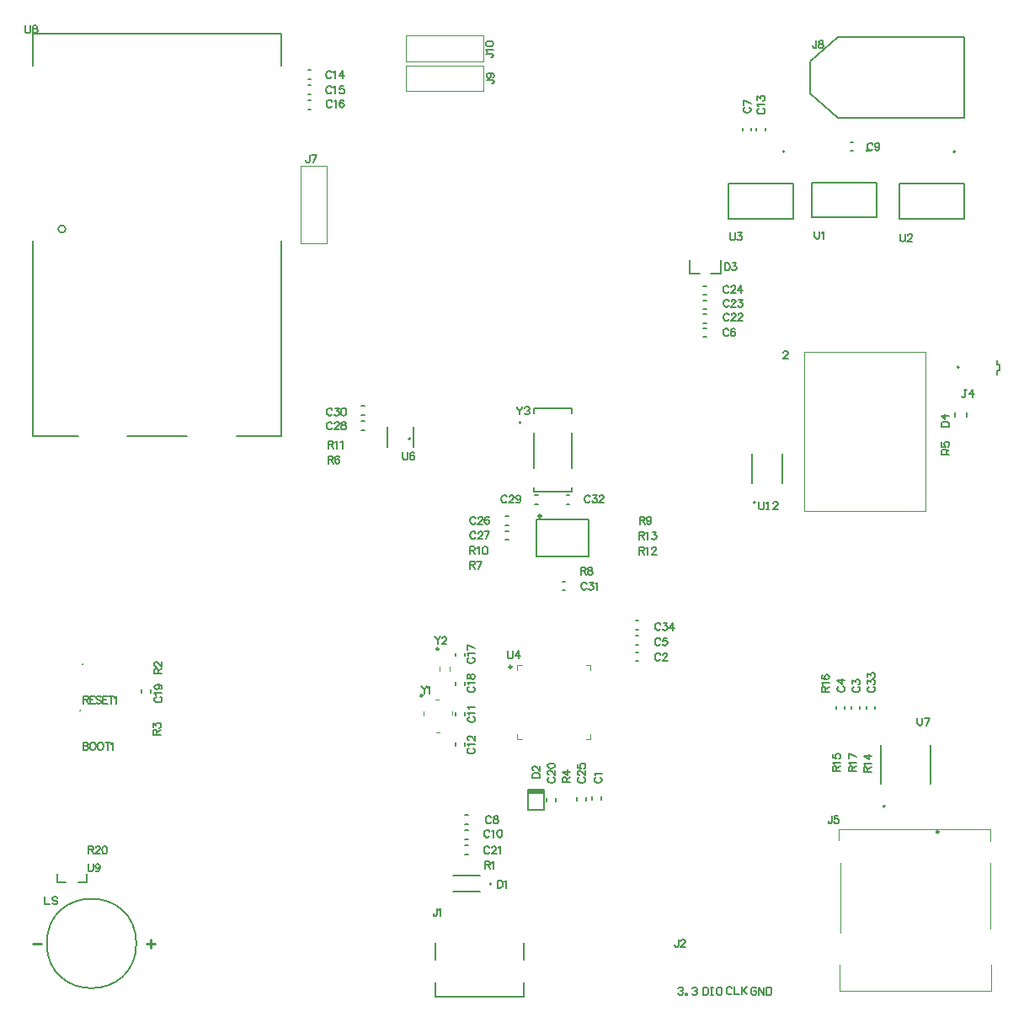
<source format=gto>
G04*
G04 #@! TF.GenerationSoftware,Altium Limited,Altium Designer,25.0.2 (28)*
G04*
G04 Layer_Color=65535*
%FSLAX44Y44*%
%MOMM*%
G71*
G04*
G04 #@! TF.SameCoordinates,E8353DEC-B648-43D7-BF79-564EE0BAD765*
G04*
G04*
G04 #@! TF.FilePolarity,Positive*
G04*
G01*
G75*
%ADD10C,0.2000*%
%ADD11C,0.1270*%
%ADD12C,0.2500*%
%ADD13C,0.3048*%
%ADD14C,0.2540*%
%ADD15C,0.1524*%
%ADD16C,0.1000*%
%ADD17C,0.1778*%
D10*
X560811Y1052626D02*
G03*
X560811Y1052626I-3759J0D01*
G01*
X1367560Y1131610D02*
G03*
X1367560Y1131610I-1000J0D01*
G01*
X1455190Y1130340D02*
G03*
X1455190Y1130340I-1000J0D01*
G01*
X1283700Y1130340D02*
G03*
X1283700Y1130340I-1000J0D01*
G01*
X907474Y841628D02*
G03*
X907474Y841628I-1000J0D01*
G01*
X1384520Y471900D02*
G03*
X1384520Y471900I-1000J0D01*
G01*
X988806Y393954D02*
G03*
X988806Y393954I-1000J0D01*
G01*
X1018646Y857688D02*
G03*
X1018646Y857688I-1000J0D01*
G01*
X1459022Y913330D02*
G03*
X1459022Y913330I-1000J0D01*
G01*
X1254190Y777530D02*
G03*
X1254190Y777530I-1000J0D01*
G01*
X1466858Y863570D02*
Y867570D01*
X1454858Y863570D02*
Y867570D01*
D11*
X631740Y334010D02*
G03*
X631740Y334010I-45000J0D01*
G01*
X575530Y567980D02*
G03*
X575530Y567980I-500J0D01*
G01*
X578070Y614880D02*
G03*
X578070Y614880I-500J0D01*
G01*
X961930Y593924D02*
Y596924D01*
X952930Y593924D02*
Y596924D01*
X527810Y1216530D02*
Y1249030D01*
X777810D01*
Y1216530D02*
Y1249030D01*
Y844030D02*
Y1041030D01*
X732310Y844030D02*
X777810D01*
X622810D02*
X682810D01*
X527810D02*
X573310D01*
X527810D02*
Y1041030D01*
X962305Y447730D02*
X965305D01*
X962305Y438730D02*
X965305D01*
X1053370Y477084D02*
Y480084D01*
X1044370Y477084D02*
Y480084D01*
X1083850Y477846D02*
Y480846D01*
X1074850Y477846D02*
Y480846D01*
X1003070Y739720D02*
X1006070D01*
X1003070Y748720D02*
X1006070D01*
X1003070Y754754D02*
X1006070D01*
X1003070Y763754D02*
X1006070D01*
X952930Y563190D02*
Y566190D01*
X961930Y563190D02*
Y566190D01*
X952930Y532964D02*
Y535964D01*
X961930Y532964D02*
Y535964D01*
Y622880D02*
Y625880D01*
X952930Y622880D02*
Y625880D01*
X636905Y586304D02*
Y589304D01*
X645905Y586304D02*
Y589304D01*
X1202056Y986100D02*
X1205056D01*
X1202056Y995100D02*
X1205056D01*
X858290Y850210D02*
X861290D01*
X858290Y859210D02*
X861290D01*
X1032638Y775582D02*
X1035638D01*
X1032638Y784582D02*
X1035638D01*
X1060220Y688920D02*
X1063220D01*
X1060220Y697920D02*
X1063220D01*
X858290Y865450D02*
X861290D01*
X858290Y874450D02*
X861290D01*
X1365680Y569540D02*
Y572540D01*
X1374680Y569540D02*
Y572540D01*
X1133880Y658550D02*
X1136880D01*
X1133880Y649550D02*
X1136880D01*
X932240Y280100D02*
X1021640D01*
X932240D02*
Y294400D01*
Y317800D02*
Y334600D01*
X1021640Y280100D02*
Y294400D01*
Y317800D02*
Y334600D01*
X1336900Y1164730D02*
X1463900D01*
X1308900Y1189230D02*
Y1221230D01*
X1336900Y1245730D02*
X1463900D01*
Y1164730D02*
Y1245730D01*
X1308900Y1189230D02*
X1336900Y1164730D01*
X1308900Y1221230D02*
X1336900Y1245730D01*
X1376185Y1064085D02*
Y1099135D01*
X1311135Y1064085D02*
X1376185D01*
X1311135D02*
Y1099135D01*
X1376185D01*
X1463815Y1062815D02*
Y1097865D01*
X1398765Y1062815D02*
X1463815D01*
X1398765D02*
Y1097865D01*
X1463815D01*
X1292325Y1062815D02*
Y1097865D01*
X1227275Y1062815D02*
X1292325D01*
X1227275D02*
Y1097865D01*
X1292325D01*
X1034180Y760859D02*
X1086180D01*
Y722859D02*
Y760859D01*
X1034180Y722859D02*
X1086180D01*
X1034180D02*
Y760859D01*
X883830Y833660D02*
Y853660D01*
X910830Y833660D02*
Y853660D01*
X1430591Y494550D02*
Y533150D01*
X1380590Y494550D02*
Y533150D01*
X950176Y385954D02*
X977176D01*
X950176Y401954D02*
X977176D01*
X1090240Y478560D02*
Y481560D01*
X1099240Y478560D02*
Y481560D01*
X1133880Y617800D02*
X1136880D01*
X1133880Y626800D02*
X1136880D01*
X1359440Y569794D02*
Y572794D01*
X1350440Y569794D02*
Y572794D01*
X1344200Y569794D02*
Y572794D01*
X1335200Y569794D02*
Y572794D01*
X1133880Y634310D02*
X1136880D01*
X1133880Y643310D02*
X1136880D01*
X1202056Y980924D02*
X1205056D01*
X1202056Y971924D02*
X1205056D01*
X962305Y462970D02*
X965305D01*
X962305Y453970D02*
X965305D01*
X1349526Y1130880D02*
X1352526D01*
X1349526Y1139880D02*
X1352526D01*
X1250220Y1151200D02*
Y1154200D01*
X1241220Y1151200D02*
Y1154200D01*
X1264190Y1151200D02*
Y1154200D01*
X1255190Y1151200D02*
Y1154200D01*
X804236Y1212420D02*
X807236D01*
X804236Y1203420D02*
X807236D01*
X804490Y1197180D02*
X807490D01*
X804490Y1188180D02*
X807490D01*
X804236Y1181940D02*
X807236D01*
X804236Y1172940D02*
X807236D01*
X1202056Y966954D02*
X1205056D01*
X1202056Y957954D02*
X1205056D01*
X1202056Y952984D02*
X1205056D01*
X1202056Y943984D02*
X1205056D01*
X1064388Y785090D02*
X1067388D01*
X1064388Y776090D02*
X1067388D01*
X1031646Y812388D02*
Y847988D01*
X1069646Y812388D02*
Y847988D01*
X1031646Y788188D02*
Y792988D01*
X1069646Y788188D02*
Y792988D01*
X1031646Y867388D02*
Y872188D01*
X1069646Y867388D02*
Y872188D01*
X1031646Y788188D02*
X1069646D01*
X1031646Y872188D02*
X1069646D01*
X962305Y423490D02*
X965305D01*
X962305Y432490D02*
X965305D01*
X1499622Y910130D02*
Y916130D01*
X1497122D02*
X1499622D01*
X1497122D02*
Y920130D01*
Y906130D02*
Y910130D01*
X1499622D01*
X1281530Y796530D02*
Y826530D01*
X1250850Y796530D02*
Y826530D01*
D12*
X1009270Y612120D02*
G03*
X1009270Y612120I-1250J0D01*
G01*
X1438710Y446210D02*
G03*
X1438710Y446210I-1250J0D01*
G01*
D13*
X1038320Y763957D02*
G03*
X1038320Y763957I-1000J0D01*
G01*
D14*
X919422Y583160D02*
G03*
X919422Y583160I-1000J0D01*
G01*
X935570Y630222D02*
G03*
X935570Y630222I-1000J0D01*
G01*
X650547Y333661D02*
X642069D01*
X646308Y329422D02*
Y337901D01*
X536205Y333661D02*
X527724D01*
D15*
X573278Y395478D02*
X582168D01*
X552196D02*
Y404114D01*
Y395478D02*
X561086D01*
X582168D02*
Y399542D01*
Y404114D01*
X1026630Y487330D02*
X1040630D01*
Y486330D02*
Y487330D01*
X1026630Y486330D02*
X1040630D01*
X1041630Y485330D02*
Y488330D01*
X1025630D02*
X1041630D01*
X1025630Y486330D02*
Y488330D01*
Y468330D02*
X1041630D01*
Y485330D01*
X1025630D02*
X1041630D01*
X1025630D02*
Y486330D01*
Y468330D02*
Y486330D01*
X1188236Y1007966D02*
X1198324D01*
X1188236D02*
Y1021094D01*
X1209096Y1007966D02*
X1219684D01*
Y1021094D01*
D16*
X1014520Y608870D02*
Y613620D01*
X1019270D01*
X1083770D02*
X1088520D01*
Y608870D02*
Y613620D01*
Y539620D02*
Y544370D01*
X1083770Y539620D02*
X1088520D01*
X1014520D02*
Y544370D01*
Y539620D02*
X1019270D01*
X1490370Y436707D02*
Y448707D01*
Y348708D02*
Y414707D01*
X1338370Y448707D02*
X1490370D01*
X1491370Y286233D02*
Y312460D01*
X1339045Y286233D02*
Y312460D01*
Y286233D02*
X1491370D01*
X1339370Y344707D02*
Y414707D01*
X1338370Y437707D02*
Y448707D01*
X980560Y1216940D02*
X980810Y1216690D01*
Y1191190D02*
Y1216690D01*
X903060Y1191190D02*
X980810D01*
X903060D02*
Y1216940D01*
X980560D01*
Y1246940D02*
X980810Y1246690D01*
Y1221190D02*
Y1246690D01*
X903060Y1221190D02*
X980810D01*
X903060D02*
Y1246940D01*
X980560D01*
X822760Y1038310D02*
X823010Y1038560D01*
X797260Y1038310D02*
X822760D01*
X797260D02*
Y1116060D01*
X823010D01*
Y1038560D02*
Y1116060D01*
X933068Y546195D02*
X937068D01*
X949410Y563742D02*
Y567282D01*
X932484Y579490D02*
X936024D01*
X920200Y563027D02*
Y567027D01*
X947016Y608378D02*
Y611918D01*
X936602Y608188D02*
Y612188D01*
X1303298Y928746D02*
X1425298D01*
Y768746D02*
Y928746D01*
X1303298Y768746D02*
X1425298D01*
X1303298D02*
Y928746D01*
D17*
X1230676Y288946D02*
X1229407Y290215D01*
X1226868D01*
X1225598Y288946D01*
Y283868D01*
X1226868Y282598D01*
X1229407D01*
X1230676Y283868D01*
X1233215Y290215D02*
Y282598D01*
X1238294D01*
X1240833Y290215D02*
Y282598D01*
Y285137D01*
X1245911Y290215D01*
X1242103Y286407D01*
X1245911Y282598D01*
X1176576Y288692D02*
X1177846Y289961D01*
X1180385D01*
X1181654Y288692D01*
Y287422D01*
X1180385Y286153D01*
X1179115D01*
X1180385D01*
X1181654Y284883D01*
Y283614D01*
X1180385Y282344D01*
X1177846D01*
X1176576Y283614D01*
X1184193Y282344D02*
Y283614D01*
X1185463D01*
Y282344D01*
X1184193D01*
X1190542Y288692D02*
X1191811Y289961D01*
X1194350D01*
X1195620Y288692D01*
Y287422D01*
X1194350Y286153D01*
X1193081D01*
X1194350D01*
X1195620Y284883D01*
Y283614D01*
X1194350Y282344D01*
X1191811D01*
X1190542Y283614D01*
X1201468Y289708D02*
Y282090D01*
X1205277D01*
X1206546Y283360D01*
Y288438D01*
X1205277Y289708D01*
X1201468D01*
X1209085D02*
X1211625D01*
X1210355D01*
Y282090D01*
X1209085D01*
X1211625D01*
X1219242Y289708D02*
X1216703D01*
X1215434Y288438D01*
Y283360D01*
X1216703Y282090D01*
X1219242D01*
X1220512Y283360D01*
Y288438D01*
X1219242Y289708D01*
X1255266Y288796D02*
X1253997Y290065D01*
X1251458D01*
X1250188Y288796D01*
Y283718D01*
X1251458Y282448D01*
X1253997D01*
X1255266Y283718D01*
Y286257D01*
X1252727D01*
X1257805Y282448D02*
Y290065D01*
X1262884Y282448D01*
Y290065D01*
X1265423D02*
Y282448D01*
X1269232D01*
X1270501Y283718D01*
Y288796D01*
X1269232Y290065D01*
X1265423D01*
X578320Y536241D02*
Y528623D01*
Y536241D02*
X581585D01*
X582673Y535878D01*
X583036Y535516D01*
X583399Y534790D01*
Y534064D01*
X583036Y533339D01*
X582673Y532976D01*
X581585Y532613D01*
X578320D02*
X581585D01*
X582673Y532251D01*
X583036Y531888D01*
X583399Y531162D01*
Y530074D01*
X583036Y529348D01*
X582673Y528986D01*
X581585Y528623D01*
X578320D01*
X587281Y536241D02*
X586555Y535878D01*
X585830Y535153D01*
X585467Y534427D01*
X585104Y533339D01*
Y531525D01*
X585467Y530437D01*
X585830Y529711D01*
X586555Y528986D01*
X587281Y528623D01*
X588732D01*
X589457Y528986D01*
X590183Y529711D01*
X590546Y530437D01*
X590909Y531525D01*
Y533339D01*
X590546Y534427D01*
X590183Y535153D01*
X589457Y535878D01*
X588732Y536241D01*
X587281D01*
X594863D02*
X594137Y535878D01*
X593412Y535153D01*
X593049Y534427D01*
X592686Y533339D01*
Y531525D01*
X593049Y530437D01*
X593412Y529711D01*
X594137Y528986D01*
X594863Y528623D01*
X596314D01*
X597039Y528986D01*
X597765Y529711D01*
X598128Y530437D01*
X598491Y531525D01*
Y533339D01*
X598128Y534427D01*
X597765Y535153D01*
X597039Y535878D01*
X596314Y536241D01*
X594863D01*
X602808D02*
Y528623D01*
X600268Y536241D02*
X605347D01*
X606254Y534790D02*
X606980Y535153D01*
X608068Y536241D01*
Y528623D01*
X966865Y562005D02*
X966139Y561642D01*
X965414Y560917D01*
X965051Y560191D01*
Y558740D01*
X965414Y558015D01*
X966139Y557289D01*
X966865Y556926D01*
X967953Y556564D01*
X969767D01*
X970855Y556926D01*
X971581Y557289D01*
X972306Y558015D01*
X972669Y558740D01*
Y560191D01*
X972306Y560917D01*
X971581Y561642D01*
X970855Y562005D01*
X966502Y564146D02*
X966139Y564871D01*
X965051Y565960D01*
X972669D01*
X966502Y569733D02*
X966139Y570458D01*
X965051Y571546D01*
X972669D01*
X966357Y530274D02*
X965631Y529911D01*
X964906Y529185D01*
X964543Y528460D01*
Y527009D01*
X964906Y526283D01*
X965631Y525558D01*
X966357Y525195D01*
X967445Y524832D01*
X969259D01*
X970347Y525195D01*
X971073Y525558D01*
X971798Y526283D01*
X972161Y527009D01*
Y528460D01*
X971798Y529185D01*
X971073Y529911D01*
X970347Y530274D01*
X965994Y532414D02*
X965631Y533140D01*
X964543Y534228D01*
X972161D01*
X966357Y538364D02*
X965994D01*
X965268Y538727D01*
X964906Y539089D01*
X964543Y539815D01*
Y541266D01*
X964906Y541992D01*
X965268Y542354D01*
X965994Y542717D01*
X966720D01*
X967445Y542354D01*
X968533Y541629D01*
X972161Y538001D01*
Y543080D01*
X966103Y621460D02*
X965377Y621097D01*
X964652Y620372D01*
X964289Y619646D01*
Y618195D01*
X964652Y617469D01*
X965377Y616744D01*
X966103Y616381D01*
X967191Y616018D01*
X969005D01*
X970093Y616381D01*
X970819Y616744D01*
X971544Y617469D01*
X971907Y618195D01*
Y619646D01*
X971544Y620372D01*
X970819Y621097D01*
X970093Y621460D01*
X965740Y623600D02*
X965377Y624326D01*
X964289Y625414D01*
X971907D01*
X964289Y634266D02*
X971907Y630638D01*
X964289Y629187D02*
Y634266D01*
X966357Y592250D02*
X965631Y591887D01*
X964906Y591161D01*
X964543Y590436D01*
Y588985D01*
X964906Y588259D01*
X965631Y587534D01*
X966357Y587171D01*
X967445Y586808D01*
X969259D01*
X970347Y587171D01*
X971073Y587534D01*
X971798Y588259D01*
X972161Y588985D01*
Y590436D01*
X971798Y591161D01*
X971073Y591887D01*
X970347Y592250D01*
X965994Y594390D02*
X965631Y595116D01*
X964543Y596204D01*
X972161D01*
X964543Y601791D02*
X964906Y600703D01*
X965631Y600340D01*
X966357D01*
X967082Y600703D01*
X967445Y601428D01*
X967808Y602879D01*
X968171Y603968D01*
X968896Y604693D01*
X969622Y605056D01*
X970710D01*
X971436Y604693D01*
X971798Y604330D01*
X972161Y603242D01*
Y601791D01*
X971798Y600703D01*
X971436Y600340D01*
X970710Y599977D01*
X969622D01*
X968896Y600340D01*
X968171Y601065D01*
X967808Y602154D01*
X967445Y603605D01*
X967082Y604330D01*
X966357Y604693D01*
X965631D01*
X964906Y604330D01*
X964543Y603242D01*
Y601791D01*
X651905Y581763D02*
X651179Y581400D01*
X650454Y580675D01*
X650091Y579949D01*
Y578498D01*
X650454Y577773D01*
X651179Y577047D01*
X651905Y576684D01*
X652993Y576321D01*
X654807D01*
X655895Y576684D01*
X656621Y577047D01*
X657346Y577773D01*
X657709Y578498D01*
Y579949D01*
X657346Y580675D01*
X656621Y581400D01*
X655895Y581763D01*
X651542Y583904D02*
X651179Y584629D01*
X650091Y585717D01*
X657709D01*
X652630Y594207D02*
X653719Y593844D01*
X654444Y593118D01*
X654807Y592030D01*
Y591667D01*
X654444Y590579D01*
X653719Y589853D01*
X652630Y589490D01*
X652268D01*
X651179Y589853D01*
X650454Y590579D01*
X650091Y591667D01*
Y592030D01*
X650454Y593118D01*
X651179Y593844D01*
X652630Y594207D01*
X654444D01*
X656258Y593844D01*
X657346Y593118D01*
X657709Y592030D01*
Y591304D01*
X657346Y590216D01*
X656621Y589853D01*
X1047025Y501179D02*
X1046299Y500816D01*
X1045574Y500091D01*
X1045211Y499365D01*
Y497914D01*
X1045574Y497189D01*
X1046299Y496463D01*
X1047025Y496100D01*
X1048113Y495737D01*
X1049927D01*
X1051015Y496100D01*
X1051741Y496463D01*
X1052466Y497189D01*
X1052829Y497914D01*
Y499365D01*
X1052466Y500091D01*
X1051741Y500816D01*
X1051015Y501179D01*
X1047025Y503682D02*
X1046662D01*
X1045936Y504045D01*
X1045574Y504408D01*
X1045211Y505134D01*
Y506585D01*
X1045574Y507310D01*
X1045936Y507673D01*
X1046662Y508036D01*
X1047387D01*
X1048113Y507673D01*
X1049201Y506947D01*
X1052829Y503320D01*
Y508399D01*
X1045211Y512280D02*
X1045574Y511192D01*
X1046662Y510466D01*
X1048476Y510104D01*
X1049564D01*
X1051378Y510466D01*
X1052466Y511192D01*
X1052829Y512280D01*
Y513006D01*
X1052466Y514094D01*
X1051378Y514820D01*
X1049564Y515182D01*
X1048476D01*
X1046662Y514820D01*
X1045574Y514094D01*
X1045211Y513006D01*
Y512280D01*
X1227438Y993865D02*
X1227075Y994591D01*
X1226349Y995316D01*
X1225624Y995679D01*
X1224173D01*
X1223447Y995316D01*
X1222722Y994591D01*
X1222359Y993865D01*
X1221996Y992777D01*
Y990963D01*
X1222359Y989875D01*
X1222722Y989149D01*
X1223447Y988424D01*
X1224173Y988061D01*
X1225624D01*
X1226349Y988424D01*
X1227075Y989149D01*
X1227438Y989875D01*
X1229941Y993865D02*
Y994228D01*
X1230304Y994954D01*
X1230667Y995316D01*
X1231392Y995679D01*
X1232843D01*
X1233569Y995316D01*
X1233932Y994954D01*
X1234294Y994228D01*
Y993503D01*
X1233932Y992777D01*
X1233206Y991689D01*
X1229578Y988061D01*
X1234657D01*
X1239990Y995679D02*
X1236362Y990600D01*
X1241804D01*
X1239990Y995679D02*
Y988061D01*
X1077355Y500973D02*
X1076629Y500610D01*
X1075904Y499885D01*
X1075541Y499159D01*
Y497708D01*
X1075904Y496983D01*
X1076629Y496257D01*
X1077355Y495894D01*
X1078443Y495532D01*
X1080257D01*
X1081345Y495894D01*
X1082071Y496257D01*
X1082796Y496983D01*
X1083159Y497708D01*
Y499159D01*
X1082796Y499885D01*
X1082071Y500610D01*
X1081345Y500973D01*
X1077355Y503476D02*
X1076992D01*
X1076266Y503839D01*
X1075904Y504202D01*
X1075541Y504927D01*
Y506379D01*
X1075904Y507104D01*
X1076266Y507467D01*
X1076992Y507830D01*
X1077718D01*
X1078443Y507467D01*
X1079531Y506741D01*
X1083159Y503114D01*
Y508192D01*
X1075541Y514251D02*
Y510623D01*
X1078806Y510260D01*
X1078443Y510623D01*
X1078080Y511711D01*
Y512800D01*
X1078443Y513888D01*
X1079169Y514614D01*
X1080257Y514976D01*
X1080983D01*
X1082071Y514614D01*
X1082796Y513888D01*
X1083159Y512800D01*
Y511711D01*
X1082796Y510623D01*
X1082434Y510260D01*
X1081708Y509897D01*
X972989Y761455D02*
X972626Y762181D01*
X971900Y762906D01*
X971175Y763269D01*
X969724D01*
X968998Y762906D01*
X968273Y762181D01*
X967910Y761455D01*
X967547Y760367D01*
Y758553D01*
X967910Y757465D01*
X968273Y756739D01*
X968998Y756014D01*
X969724Y755651D01*
X971175D01*
X971900Y756014D01*
X972626Y756739D01*
X972989Y757465D01*
X975492Y761455D02*
Y761818D01*
X975855Y762544D01*
X976218Y762906D01*
X976943Y763269D01*
X978394D01*
X979120Y762906D01*
X979483Y762544D01*
X979845Y761818D01*
Y761093D01*
X979483Y760367D01*
X978757Y759279D01*
X975129Y755651D01*
X980208D01*
X986267Y762181D02*
X985904Y762906D01*
X984815Y763269D01*
X984090D01*
X983001Y762906D01*
X982276Y761818D01*
X981913Y760004D01*
Y758190D01*
X982276Y756739D01*
X983001Y756014D01*
X984090Y755651D01*
X984453D01*
X985541Y756014D01*
X986267Y756739D01*
X986629Y757828D01*
Y758190D01*
X986267Y759279D01*
X985541Y760004D01*
X984453Y760367D01*
X984090D01*
X983001Y760004D01*
X982276Y759279D01*
X981913Y758190D01*
X972989Y746421D02*
X972626Y747147D01*
X971900Y747872D01*
X971175Y748235D01*
X969724D01*
X968998Y747872D01*
X968273Y747147D01*
X967910Y746421D01*
X967547Y745333D01*
Y743519D01*
X967910Y742431D01*
X968273Y741705D01*
X968998Y740980D01*
X969724Y740617D01*
X971175D01*
X971900Y740980D01*
X972626Y741705D01*
X972989Y742431D01*
X975492Y746421D02*
Y746784D01*
X975855Y747510D01*
X976218Y747872D01*
X976943Y748235D01*
X978394D01*
X979120Y747872D01*
X979483Y747510D01*
X979845Y746784D01*
Y746059D01*
X979483Y745333D01*
X978757Y744245D01*
X975129Y740617D01*
X980208D01*
X986992Y748235D02*
X983364Y740617D01*
X981913Y748235D02*
X986992D01*
X828675Y856705D02*
X828313Y857431D01*
X827587Y858156D01*
X826861Y858519D01*
X825410D01*
X824685Y858156D01*
X823959Y857431D01*
X823596Y856705D01*
X823234Y855617D01*
Y853803D01*
X823596Y852715D01*
X823959Y851989D01*
X824685Y851264D01*
X825410Y850901D01*
X826861D01*
X827587Y851264D01*
X828313Y851989D01*
X828675Y852715D01*
X831179Y856705D02*
Y857068D01*
X831541Y857794D01*
X831904Y858156D01*
X832630Y858519D01*
X834081D01*
X834806Y858156D01*
X835169Y857794D01*
X835532Y857068D01*
Y856342D01*
X835169Y855617D01*
X834444Y854529D01*
X830816Y850901D01*
X835895D01*
X839414Y858519D02*
X838325Y858156D01*
X837962Y857431D01*
Y856705D01*
X838325Y855980D01*
X839051Y855617D01*
X840502Y855254D01*
X841590Y854891D01*
X842316Y854166D01*
X842679Y853440D01*
Y852352D01*
X842316Y851626D01*
X841953Y851264D01*
X840865Y850901D01*
X839414D01*
X838325Y851264D01*
X837962Y851626D01*
X837600Y852352D01*
Y853440D01*
X837962Y854166D01*
X838688Y854891D01*
X839776Y855254D01*
X841227Y855617D01*
X841953Y855980D01*
X842316Y856705D01*
Y857431D01*
X841953Y858156D01*
X840865Y858519D01*
X839414D01*
X1004281Y783045D02*
X1003918Y783771D01*
X1003192Y784496D01*
X1002467Y784859D01*
X1001016D01*
X1000290Y784496D01*
X999565Y783771D01*
X999202Y783045D01*
X998839Y781957D01*
Y780143D01*
X999202Y779055D01*
X999565Y778329D01*
X1000290Y777604D01*
X1001016Y777241D01*
X1002467D01*
X1003192Y777604D01*
X1003918Y778329D01*
X1004281Y779055D01*
X1006784Y783045D02*
Y783408D01*
X1007147Y784134D01*
X1007509Y784496D01*
X1008235Y784859D01*
X1009686D01*
X1010412Y784496D01*
X1010774Y784134D01*
X1011137Y783408D01*
Y782682D01*
X1010774Y781957D01*
X1010049Y780869D01*
X1006421Y777241D01*
X1011500D01*
X1017921Y782320D02*
X1017558Y781231D01*
X1016833Y780506D01*
X1015744Y780143D01*
X1015382D01*
X1014293Y780506D01*
X1013568Y781231D01*
X1013205Y782320D01*
Y782682D01*
X1013568Y783771D01*
X1014293Y784496D01*
X1015382Y784859D01*
X1015744D01*
X1016833Y784496D01*
X1017558Y783771D01*
X1017921Y782320D01*
Y780506D01*
X1017558Y778692D01*
X1016833Y777604D01*
X1015744Y777241D01*
X1015019D01*
X1013931Y777604D01*
X1013568Y778329D01*
X1084472Y695415D02*
X1084109Y696141D01*
X1083383Y696866D01*
X1082658Y697229D01*
X1081207D01*
X1080481Y696866D01*
X1079756Y696141D01*
X1079393Y695415D01*
X1079030Y694327D01*
Y692513D01*
X1079393Y691425D01*
X1079756Y690699D01*
X1080481Y689974D01*
X1081207Y689611D01*
X1082658D01*
X1083383Y689974D01*
X1084109Y690699D01*
X1084472Y691425D01*
X1087338Y697229D02*
X1091328D01*
X1089152Y694327D01*
X1090240D01*
X1090965Y693964D01*
X1091328Y693601D01*
X1091691Y692513D01*
Y691787D01*
X1091328Y690699D01*
X1090603Y689974D01*
X1089514Y689611D01*
X1088426D01*
X1087338Y689974D01*
X1086975Y690336D01*
X1086612Y691062D01*
X1093396Y695778D02*
X1094122Y696141D01*
X1095210Y697229D01*
Y689611D01*
X828675Y870675D02*
X828313Y871401D01*
X827587Y872126D01*
X826861Y872489D01*
X825410D01*
X824685Y872126D01*
X823959Y871401D01*
X823596Y870675D01*
X823234Y869587D01*
Y867773D01*
X823596Y866685D01*
X823959Y865959D01*
X824685Y865234D01*
X825410Y864871D01*
X826861D01*
X827587Y865234D01*
X828313Y865959D01*
X828675Y866685D01*
X831541Y872489D02*
X835532D01*
X833355Y869587D01*
X834444D01*
X835169Y869224D01*
X835532Y868861D01*
X835895Y867773D01*
Y867048D01*
X835532Y865959D01*
X834806Y865234D01*
X833718Y864871D01*
X832630D01*
X831541Y865234D01*
X831179Y865596D01*
X830816Y866322D01*
X839776Y872489D02*
X838688Y872126D01*
X837962Y871038D01*
X837600Y869224D01*
Y868136D01*
X837962Y866322D01*
X838688Y865234D01*
X839776Y864871D01*
X840502D01*
X841590Y865234D01*
X842316Y866322D01*
X842679Y868136D01*
Y869224D01*
X842316Y871038D01*
X841590Y872126D01*
X840502Y872489D01*
X839776D01*
X1368693Y592159D02*
X1367967Y591796D01*
X1367242Y591071D01*
X1366879Y590345D01*
Y588894D01*
X1367242Y588169D01*
X1367967Y587443D01*
X1368693Y587080D01*
X1369781Y586717D01*
X1371595D01*
X1372683Y587080D01*
X1373409Y587443D01*
X1374134Y588169D01*
X1374497Y588894D01*
Y590345D01*
X1374134Y591071D01*
X1373409Y591796D01*
X1372683Y592159D01*
X1366879Y595025D02*
Y599016D01*
X1369781Y596839D01*
Y597927D01*
X1370144Y598653D01*
X1370507Y599016D01*
X1371595Y599379D01*
X1372321D01*
X1373409Y599016D01*
X1374134Y598290D01*
X1374497Y597202D01*
Y596113D01*
X1374134Y595025D01*
X1373772Y594662D01*
X1373046Y594300D01*
X1366879Y601809D02*
Y605800D01*
X1369781Y603623D01*
Y604711D01*
X1370144Y605437D01*
X1370507Y605800D01*
X1371595Y606162D01*
X1372321D01*
X1373409Y605800D01*
X1374134Y605074D01*
X1374497Y603986D01*
Y602897D01*
X1374134Y601809D01*
X1373772Y601446D01*
X1373046Y601083D01*
X1158858Y654775D02*
X1158495Y655501D01*
X1157769Y656226D01*
X1157044Y656589D01*
X1155593D01*
X1154867Y656226D01*
X1154142Y655501D01*
X1153779Y654775D01*
X1153416Y653687D01*
Y651873D01*
X1153779Y650785D01*
X1154142Y650059D01*
X1154867Y649334D01*
X1155593Y648971D01*
X1157044D01*
X1157769Y649334D01*
X1158495Y650059D01*
X1158858Y650785D01*
X1161724Y656589D02*
X1165714D01*
X1163538Y653687D01*
X1164626D01*
X1165352Y653324D01*
X1165714Y652961D01*
X1166077Y651873D01*
Y651148D01*
X1165714Y650059D01*
X1164989Y649334D01*
X1163900Y648971D01*
X1162812D01*
X1161724Y649334D01*
X1161361Y649696D01*
X1160998Y650422D01*
X1171410Y656589D02*
X1167782Y651510D01*
X1173224D01*
X1171410Y656589D02*
Y648971D01*
X1029971Y500799D02*
X1037589D01*
X1029971D02*
Y503338D01*
X1030334Y504426D01*
X1031059Y505152D01*
X1031785Y505515D01*
X1032873Y505877D01*
X1034687D01*
X1035775Y505515D01*
X1036501Y505152D01*
X1037226Y504426D01*
X1037589Y503338D01*
Y500799D01*
X1031785Y507945D02*
X1031422D01*
X1030696Y508308D01*
X1030334Y508671D01*
X1029971Y509396D01*
Y510848D01*
X1030334Y511573D01*
X1030696Y511936D01*
X1031422Y512299D01*
X1032148D01*
X1032873Y511936D01*
X1033961Y511210D01*
X1037589Y507583D01*
Y512662D01*
X1223429Y1018539D02*
Y1010921D01*
Y1018539D02*
X1225968D01*
X1227056Y1018176D01*
X1227782Y1017451D01*
X1228145Y1016725D01*
X1228508Y1015637D01*
Y1013823D01*
X1228145Y1012735D01*
X1227782Y1012009D01*
X1227056Y1011284D01*
X1225968Y1010921D01*
X1223429D01*
X1230938Y1018539D02*
X1234929D01*
X1232752Y1015637D01*
X1233840D01*
X1234566Y1015274D01*
X1234929Y1014911D01*
X1235292Y1013823D01*
Y1013098D01*
X1234929Y1012009D01*
X1234203Y1011284D01*
X1233115Y1010921D01*
X1232026D01*
X1230938Y1011284D01*
X1230575Y1011646D01*
X1230213Y1012372D01*
X934011Y369345D02*
Y363541D01*
X933649Y362452D01*
X933286Y362090D01*
X932560Y361727D01*
X931835D01*
X931109Y362090D01*
X930746Y362452D01*
X930384Y363541D01*
Y364266D01*
X935970Y367894D02*
X936696Y368257D01*
X937784Y369345D01*
Y361727D01*
X1176855Y337819D02*
Y332015D01*
X1176492Y330926D01*
X1176129Y330564D01*
X1175404Y330201D01*
X1174678D01*
X1173953Y330564D01*
X1173590Y330926D01*
X1173227Y332015D01*
Y332740D01*
X1179177Y336005D02*
Y336368D01*
X1179539Y337094D01*
X1179902Y337456D01*
X1180628Y337819D01*
X1182079D01*
X1182804Y337456D01*
X1183167Y337094D01*
X1183530Y336368D01*
Y335643D01*
X1183167Y334917D01*
X1182442Y333829D01*
X1178814Y330201D01*
X1183893D01*
X1331169Y462332D02*
Y456528D01*
X1330807Y455440D01*
X1330444Y455077D01*
X1329718Y454714D01*
X1328993D01*
X1328267Y455077D01*
X1327904Y455440D01*
X1327542Y456528D01*
Y457253D01*
X1337482Y462332D02*
X1333854D01*
X1333491Y459067D01*
X1333854Y459430D01*
X1334942Y459793D01*
X1336031D01*
X1337119Y459430D01*
X1337845Y458705D01*
X1338207Y457616D01*
Y456891D01*
X1337845Y455802D01*
X1337119Y455077D01*
X1336031Y454714D01*
X1334942D01*
X1333854Y455077D01*
X1333491Y455440D01*
X1333128Y456165D01*
X1315481Y1242021D02*
Y1236217D01*
X1315118Y1235128D01*
X1314756Y1234765D01*
X1314030Y1234403D01*
X1313304D01*
X1312579Y1234765D01*
X1312216Y1235128D01*
X1311853Y1236217D01*
Y1236942D01*
X1319254Y1242021D02*
X1318166Y1241658D01*
X1317803Y1240933D01*
Y1240207D01*
X1318166Y1239482D01*
X1318891Y1239119D01*
X1320342Y1238756D01*
X1321431Y1238393D01*
X1322156Y1237668D01*
X1322519Y1236942D01*
Y1235854D01*
X1322156Y1235128D01*
X1321793Y1234765D01*
X1320705Y1234403D01*
X1319254D01*
X1318166Y1234765D01*
X1317803Y1235128D01*
X1317440Y1235854D01*
Y1236942D01*
X1317803Y1237668D01*
X1318528Y1238393D01*
X1319617Y1238756D01*
X1321068Y1239119D01*
X1321793Y1239482D01*
X1322156Y1240207D01*
Y1240933D01*
X1321793Y1241658D01*
X1320705Y1242021D01*
X1319254D01*
X983695Y1202540D02*
X989499D01*
X990588Y1202178D01*
X990950Y1201815D01*
X991313Y1201089D01*
Y1200364D01*
X990950Y1199638D01*
X990588Y1199275D01*
X989499Y1198913D01*
X988774D01*
X986234Y1209215D02*
X987323Y1208853D01*
X988048Y1208127D01*
X988411Y1207039D01*
Y1206676D01*
X988048Y1205588D01*
X987323Y1204862D01*
X986234Y1204499D01*
X985872D01*
X984783Y1204862D01*
X984058Y1205588D01*
X983695Y1206676D01*
Y1207039D01*
X984058Y1208127D01*
X984783Y1208853D01*
X986234Y1209215D01*
X988048D01*
X989862Y1208853D01*
X990950Y1208127D01*
X991313Y1207039D01*
Y1206313D01*
X990950Y1205225D01*
X990225Y1204862D01*
X983187Y1228776D02*
X988991D01*
X990080Y1228413D01*
X990442Y1228050D01*
X990805Y1227324D01*
Y1226599D01*
X990442Y1225873D01*
X990080Y1225511D01*
X988991Y1225148D01*
X988266D01*
X984638Y1230735D02*
X984275Y1231460D01*
X983187Y1232549D01*
X990805D01*
X983187Y1238498D02*
X983550Y1237410D01*
X984638Y1236684D01*
X986452Y1236321D01*
X987540D01*
X989354Y1236684D01*
X990442Y1237410D01*
X990805Y1238498D01*
Y1239224D01*
X990442Y1240312D01*
X989354Y1241038D01*
X987540Y1241400D01*
X986452D01*
X984638Y1241038D01*
X983550Y1240312D01*
X983187Y1239224D01*
Y1238498D01*
X806015Y1126743D02*
Y1120939D01*
X805652Y1119850D01*
X805289Y1119488D01*
X804564Y1119125D01*
X803838D01*
X803113Y1119488D01*
X802750Y1119850D01*
X802387Y1120939D01*
Y1121664D01*
X813053Y1126743D02*
X809425Y1119125D01*
X807974Y1126743D02*
X813053D01*
X982491Y416559D02*
Y408941D01*
Y416559D02*
X985756D01*
X986844Y416196D01*
X987207Y415834D01*
X987570Y415108D01*
Y414383D01*
X987207Y413657D01*
X986844Y413294D01*
X985756Y412931D01*
X982491D01*
X985031D02*
X987570Y408941D01*
X989275Y415108D02*
X990001Y415471D01*
X991089Y416559D01*
Y408941D01*
X650091Y605494D02*
X657709D01*
X650091D02*
Y608759D01*
X650454Y609848D01*
X650816Y610211D01*
X651542Y610573D01*
X652268D01*
X652993Y610211D01*
X653356Y609848D01*
X653719Y608759D01*
Y605494D01*
Y608034D02*
X657709Y610573D01*
X651905Y612641D02*
X651542D01*
X650816Y613004D01*
X650454Y613367D01*
X650091Y614092D01*
Y615544D01*
X650454Y616269D01*
X650816Y616632D01*
X651542Y616995D01*
X652268D01*
X652993Y616632D01*
X654081Y615906D01*
X657709Y612279D01*
Y617357D01*
X648821Y544026D02*
X656439D01*
X648821D02*
Y547292D01*
X649184Y548380D01*
X649546Y548743D01*
X650272Y549105D01*
X650997D01*
X651723Y548743D01*
X652086Y548380D01*
X652449Y547292D01*
Y544026D01*
Y546566D02*
X656439Y549105D01*
X648821Y551536D02*
Y555527D01*
X651723Y553350D01*
Y554438D01*
X652086Y555164D01*
X652449Y555527D01*
X653537Y555889D01*
X654262D01*
X655351Y555527D01*
X656076Y554801D01*
X656439Y553713D01*
Y552624D01*
X656076Y551536D01*
X655714Y551173D01*
X654988Y550811D01*
X1060555Y496347D02*
X1068173D01*
X1060555D02*
Y499612D01*
X1060918Y500700D01*
X1061280Y501063D01*
X1062006Y501426D01*
X1062731D01*
X1063457Y501063D01*
X1063820Y500700D01*
X1064183Y499612D01*
Y496347D01*
Y498887D02*
X1068173Y501426D01*
X1060555Y506759D02*
X1065634Y503131D01*
Y508573D01*
X1060555Y506759D02*
X1068173D01*
X824830Y824229D02*
Y816611D01*
Y824229D02*
X828095D01*
X829183Y823866D01*
X829546Y823504D01*
X829909Y822778D01*
Y822053D01*
X829546Y821327D01*
X829183Y820964D01*
X828095Y820601D01*
X824830D01*
X827369D02*
X829909Y816611D01*
X835967Y823141D02*
X835604Y823866D01*
X834516Y824229D01*
X833791D01*
X832702Y823866D01*
X831977Y822778D01*
X831614Y820964D01*
Y819150D01*
X831977Y817699D01*
X832702Y816974D01*
X833791Y816611D01*
X834153D01*
X835242Y816974D01*
X835967Y817699D01*
X836330Y818788D01*
Y819150D01*
X835967Y820239D01*
X835242Y820964D01*
X834153Y821327D01*
X833791D01*
X832702Y820964D01*
X831977Y820239D01*
X831614Y819150D01*
X967547Y718517D02*
Y710899D01*
Y718517D02*
X970812D01*
X971900Y718154D01*
X972263Y717792D01*
X972626Y717066D01*
Y716340D01*
X972263Y715615D01*
X971900Y715252D01*
X970812Y714889D01*
X967547D01*
X970087D02*
X972626Y710899D01*
X979410Y718517D02*
X975782Y710899D01*
X974331Y718517D02*
X979410D01*
X1078649Y712469D02*
Y704851D01*
Y712469D02*
X1081914D01*
X1083002Y712106D01*
X1083365Y711744D01*
X1083727Y711018D01*
Y710293D01*
X1083365Y709567D01*
X1083002Y709204D01*
X1081914Y708841D01*
X1078649D01*
X1081188D02*
X1083727Y704851D01*
X1087246Y712469D02*
X1086158Y712106D01*
X1085795Y711381D01*
Y710655D01*
X1086158Y709930D01*
X1086884Y709567D01*
X1088335Y709204D01*
X1089423Y708841D01*
X1090149Y708116D01*
X1090511Y707390D01*
Y706302D01*
X1090149Y705576D01*
X1089786Y705214D01*
X1088698Y704851D01*
X1087246D01*
X1086158Y705214D01*
X1085795Y705576D01*
X1085433Y706302D01*
Y707390D01*
X1085795Y708116D01*
X1086521Y708841D01*
X1087609Y709204D01*
X1089060Y709567D01*
X1089786Y709930D01*
X1090149Y710655D01*
Y711381D01*
X1089786Y712106D01*
X1088698Y712469D01*
X1087246D01*
X1138085Y763269D02*
Y755651D01*
Y763269D02*
X1141350D01*
X1142439Y762906D01*
X1142801Y762544D01*
X1143164Y761818D01*
Y761093D01*
X1142801Y760367D01*
X1142439Y760004D01*
X1141350Y759641D01*
X1138085D01*
X1140625D02*
X1143164Y755651D01*
X1149585Y760730D02*
X1149222Y759641D01*
X1148497Y758916D01*
X1147409Y758553D01*
X1147046D01*
X1145957Y758916D01*
X1145232Y759641D01*
X1144869Y760730D01*
Y761093D01*
X1145232Y762181D01*
X1145957Y762906D01*
X1147046Y763269D01*
X1147409D01*
X1148497Y762906D01*
X1149222Y762181D01*
X1149585Y760730D01*
Y758916D01*
X1149222Y757102D01*
X1148497Y756014D01*
X1147409Y755651D01*
X1146683D01*
X1145595Y756014D01*
X1145232Y756739D01*
X824758Y839469D02*
Y831851D01*
Y839469D02*
X828023D01*
X829111Y839106D01*
X829474Y838744D01*
X829837Y838018D01*
Y837292D01*
X829474Y836567D01*
X829111Y836204D01*
X828023Y835841D01*
X824758D01*
X827297D02*
X829837Y831851D01*
X831542Y838018D02*
X832267Y838381D01*
X833355Y839469D01*
Y831851D01*
X837129Y838018D02*
X837854Y838381D01*
X838942Y839469D01*
Y831851D01*
X967547Y732995D02*
Y725377D01*
Y732995D02*
X970812D01*
X971900Y732632D01*
X972263Y732270D01*
X972626Y731544D01*
Y730818D01*
X972263Y730093D01*
X971900Y729730D01*
X970812Y729367D01*
X967547D01*
X970087D02*
X972626Y725377D01*
X974331Y731544D02*
X975057Y731907D01*
X976145Y732995D01*
Y725377D01*
X982095Y732995D02*
X981006Y732632D01*
X980281Y731544D01*
X979918Y729730D01*
Y728642D01*
X980281Y726828D01*
X981006Y725740D01*
X982095Y725377D01*
X982820D01*
X983908Y725740D01*
X984634Y726828D01*
X984997Y728642D01*
Y729730D01*
X984634Y731544D01*
X983908Y732632D01*
X982820Y732995D01*
X982095D01*
X1363069Y506671D02*
X1370687D01*
X1363069D02*
Y509936D01*
X1363432Y511025D01*
X1363794Y511387D01*
X1364520Y511750D01*
X1365246D01*
X1365971Y511387D01*
X1366334Y511025D01*
X1366697Y509936D01*
Y506671D01*
Y509211D02*
X1370687Y511750D01*
X1364520Y513455D02*
X1364157Y514181D01*
X1363069Y515269D01*
X1370687D01*
X1363069Y522670D02*
X1368148Y519042D01*
Y524484D01*
X1363069Y522670D02*
X1370687D01*
X1332081Y507451D02*
X1339699D01*
X1332081D02*
Y510716D01*
X1332444Y511805D01*
X1332806Y512167D01*
X1333532Y512530D01*
X1334258D01*
X1334983Y512167D01*
X1335346Y511805D01*
X1335709Y510716D01*
Y507451D01*
Y509991D02*
X1339699Y512530D01*
X1333532Y514235D02*
X1333169Y514961D01*
X1332081Y516049D01*
X1339699D01*
X1332081Y524175D02*
Y520547D01*
X1335346Y520185D01*
X1334983Y520547D01*
X1334620Y521636D01*
Y522724D01*
X1334983Y523812D01*
X1335709Y524538D01*
X1336797Y524901D01*
X1337522D01*
X1338611Y524538D01*
X1339336Y523812D01*
X1339699Y522724D01*
Y521636D01*
X1339336Y520547D01*
X1338974Y520185D01*
X1338248Y519822D01*
X1320801Y587291D02*
X1328419D01*
X1320801D02*
Y590557D01*
X1321164Y591645D01*
X1321526Y592008D01*
X1322252Y592370D01*
X1322977D01*
X1323703Y592008D01*
X1324066Y591645D01*
X1324429Y590557D01*
Y587291D01*
Y589831D02*
X1328419Y592370D01*
X1322252Y594076D02*
X1321889Y594801D01*
X1320801Y595889D01*
X1328419D01*
X1321889Y604016D02*
X1321164Y603653D01*
X1320801Y602565D01*
Y601839D01*
X1321164Y600751D01*
X1322252Y600025D01*
X1324066Y599662D01*
X1325880D01*
X1327331Y600025D01*
X1328056Y600751D01*
X1328419Y601839D01*
Y602202D01*
X1328056Y603290D01*
X1327331Y604016D01*
X1326243Y604378D01*
X1325880D01*
X1324791Y604016D01*
X1324066Y603290D01*
X1323703Y602202D01*
Y601839D01*
X1324066Y600751D01*
X1324791Y600025D01*
X1325880Y599662D01*
X1348337Y507451D02*
X1355955D01*
X1348337D02*
Y510716D01*
X1348700Y511805D01*
X1349062Y512167D01*
X1349788Y512530D01*
X1350513D01*
X1351239Y512167D01*
X1351602Y511805D01*
X1351965Y510716D01*
Y507451D01*
Y509991D02*
X1355955Y512530D01*
X1349788Y514235D02*
X1349425Y514961D01*
X1348337Y516049D01*
X1355955D01*
X1348337Y524901D02*
X1355955Y521273D01*
X1348337Y519822D02*
Y524901D01*
X583767Y431799D02*
Y424181D01*
Y431799D02*
X587032D01*
X588120Y431436D01*
X588483Y431074D01*
X588845Y430348D01*
Y429622D01*
X588483Y428897D01*
X588120Y428534D01*
X587032Y428171D01*
X583767D01*
X586306D02*
X588845Y424181D01*
X590913Y429985D02*
Y430348D01*
X591276Y431074D01*
X591639Y431436D01*
X592364Y431799D01*
X593816D01*
X594541Y431436D01*
X594904Y431074D01*
X595267Y430348D01*
Y429622D01*
X594904Y428897D01*
X594178Y427809D01*
X590551Y424181D01*
X595630D01*
X599511Y431799D02*
X598423Y431436D01*
X597697Y430348D01*
X597335Y428534D01*
Y427446D01*
X597697Y425632D01*
X598423Y424544D01*
X599511Y424181D01*
X600237D01*
X601325Y424544D01*
X602051Y425632D01*
X602413Y427446D01*
Y428534D01*
X602051Y430348D01*
X601325Y431436D01*
X600237Y431799D01*
X599511D01*
X578556Y582723D02*
Y575105D01*
Y582723D02*
X581821D01*
X582910Y582360D01*
X583272Y581998D01*
X583635Y581272D01*
Y580546D01*
X583272Y579821D01*
X582910Y579458D01*
X581821Y579095D01*
X578556D01*
X581096D02*
X583635Y575105D01*
X590056Y582723D02*
X585340D01*
Y575105D01*
X590056D01*
X585340Y579095D02*
X588242D01*
X596405Y581635D02*
X595680Y582360D01*
X594591Y582723D01*
X593140D01*
X592052Y582360D01*
X591326Y581635D01*
Y580909D01*
X591689Y580184D01*
X592052Y579821D01*
X592777Y579458D01*
X594954Y578733D01*
X595680Y578370D01*
X596042Y578007D01*
X596405Y577281D01*
Y576193D01*
X595680Y575468D01*
X594591Y575105D01*
X593140D01*
X592052Y575468D01*
X591326Y576193D01*
X602826Y582723D02*
X598110D01*
Y575105D01*
X602826D01*
X598110Y579095D02*
X601012D01*
X606636Y582723D02*
Y575105D01*
X604096Y582723D02*
X609175D01*
X610082Y581272D02*
X610807Y581635D01*
X611896Y582723D01*
Y575105D01*
X1313761Y1050191D02*
Y1044749D01*
X1314124Y1043661D01*
X1314850Y1042936D01*
X1315938Y1042573D01*
X1316664D01*
X1317752Y1042936D01*
X1318478Y1043661D01*
X1318840Y1044749D01*
Y1050191D01*
X1320945Y1048740D02*
X1321670Y1049103D01*
X1322758Y1050191D01*
Y1042573D01*
X1399765Y1047607D02*
Y1042165D01*
X1400128Y1041077D01*
X1400853Y1040351D01*
X1401942Y1039989D01*
X1402667D01*
X1403756Y1040351D01*
X1404481Y1041077D01*
X1404844Y1042165D01*
Y1047607D01*
X1407311Y1045793D02*
Y1046156D01*
X1407674Y1046881D01*
X1408036Y1047244D01*
X1408762Y1047607D01*
X1410213D01*
X1410939Y1047244D01*
X1411302Y1046881D01*
X1411664Y1046156D01*
Y1045430D01*
X1411302Y1044705D01*
X1410576Y1043616D01*
X1406948Y1039989D01*
X1412027D01*
X1005292Y628180D02*
Y622738D01*
X1005655Y621650D01*
X1006380Y620924D01*
X1007469Y620562D01*
X1008194D01*
X1009283Y620924D01*
X1010008Y621650D01*
X1010371Y622738D01*
Y628180D01*
X1016103D02*
X1012475Y623101D01*
X1017917D01*
X1016103Y628180D02*
Y620562D01*
X1228777Y1048921D02*
Y1043479D01*
X1229140Y1042391D01*
X1229865Y1041666D01*
X1230954Y1041303D01*
X1231679D01*
X1232767Y1041666D01*
X1233493Y1042391D01*
X1233856Y1043479D01*
Y1048921D01*
X1236685D02*
X1240676D01*
X1238499Y1046019D01*
X1239588D01*
X1240313Y1045656D01*
X1240676Y1045293D01*
X1241039Y1044205D01*
Y1043479D01*
X1240676Y1042391D01*
X1239950Y1041666D01*
X1238862Y1041303D01*
X1237774D01*
X1236685Y1041666D01*
X1236323Y1042028D01*
X1235960Y1042754D01*
X899560Y828039D02*
Y822598D01*
X899923Y821509D01*
X900649Y820784D01*
X901737Y820421D01*
X902463D01*
X903551Y820784D01*
X904277Y821509D01*
X904639Y822598D01*
Y828039D01*
X911097Y826951D02*
X910734Y827676D01*
X909646Y828039D01*
X908920D01*
X907832Y827676D01*
X907106Y826588D01*
X906743Y824774D01*
Y822960D01*
X907106Y821509D01*
X907832Y820784D01*
X908920Y820421D01*
X909283D01*
X910371Y820784D01*
X911097Y821509D01*
X911460Y822598D01*
Y822960D01*
X911097Y824049D01*
X910371Y824774D01*
X909283Y825137D01*
X908920D01*
X907832Y824774D01*
X907106Y824049D01*
X906743Y822960D01*
X1417135Y560879D02*
Y555438D01*
X1417498Y554349D01*
X1418223Y553624D01*
X1419312Y553261D01*
X1420037D01*
X1421126Y553624D01*
X1421851Y554349D01*
X1422214Y555438D01*
Y560879D01*
X1429397D02*
X1425769Y553261D01*
X1424318Y560879D02*
X1429397D01*
X583330Y414019D02*
Y408577D01*
X583693Y407489D01*
X584419Y406764D01*
X585507Y406401D01*
X586233D01*
X587321Y406764D01*
X588047Y407489D01*
X588409Y408577D01*
Y414019D01*
X595230Y411480D02*
X594867Y410391D01*
X594141Y409666D01*
X593053Y409303D01*
X592690D01*
X591602Y409666D01*
X590876Y410391D01*
X590513Y411480D01*
Y411842D01*
X590876Y412931D01*
X591602Y413656D01*
X592690Y414019D01*
X593053D01*
X594141Y413656D01*
X594867Y412931D01*
X595230Y411480D01*
Y409666D01*
X594867Y407852D01*
X594141Y406764D01*
X593053Y406401D01*
X592327D01*
X591239Y406764D01*
X590876Y407489D01*
X918333Y592629D02*
X921235Y589001D01*
Y585011D01*
X924137Y592629D02*
X921235Y589001D01*
X925117Y591178D02*
X925843Y591541D01*
X926931Y592629D01*
Y585011D01*
X932030Y642666D02*
X934932Y639039D01*
Y635048D01*
X937834Y642666D02*
X934932Y639039D01*
X939177Y640852D02*
Y641215D01*
X939539Y641941D01*
X939902Y642304D01*
X940628Y642666D01*
X942079D01*
X942805Y642304D01*
X943167Y641941D01*
X943530Y641215D01*
Y640490D01*
X943167Y639764D01*
X942442Y638676D01*
X938814Y635048D01*
X943893D01*
X995191Y397509D02*
Y389891D01*
Y397509D02*
X997730D01*
X998819Y397146D01*
X999544Y396421D01*
X999907Y395695D01*
X1000270Y394607D01*
Y392793D01*
X999907Y391705D01*
X999544Y390979D01*
X998819Y390254D01*
X997730Y389891D01*
X995191D01*
X1001975Y396058D02*
X1002701Y396421D01*
X1003789Y397509D01*
Y389891D01*
X1094015Y501124D02*
X1093289Y500761D01*
X1092564Y500035D01*
X1092201Y499310D01*
Y497859D01*
X1092564Y497133D01*
X1093289Y496408D01*
X1094015Y496045D01*
X1095103Y495682D01*
X1096917D01*
X1098005Y496045D01*
X1098731Y496408D01*
X1099456Y497133D01*
X1099819Y497859D01*
Y499310D01*
X1099456Y500035D01*
X1098731Y500761D01*
X1098005Y501124D01*
X1093652Y503264D02*
X1093289Y503990D01*
X1092201Y505078D01*
X1099819D01*
X1158621Y624295D02*
X1158258Y625021D01*
X1157533Y625746D01*
X1156807Y626109D01*
X1155356D01*
X1154631Y625746D01*
X1153905Y625021D01*
X1153542Y624295D01*
X1153179Y623207D01*
Y621393D01*
X1153542Y620305D01*
X1153905Y619579D01*
X1154631Y618854D01*
X1155356Y618491D01*
X1156807D01*
X1157533Y618854D01*
X1158258Y619579D01*
X1158621Y620305D01*
X1161124Y624295D02*
Y624658D01*
X1161487Y625384D01*
X1161850Y625746D01*
X1162576Y626109D01*
X1164027D01*
X1164752Y625746D01*
X1165115Y625384D01*
X1165478Y624658D01*
Y623932D01*
X1165115Y623207D01*
X1164389Y622119D01*
X1160762Y618491D01*
X1165841D01*
X1353453Y592249D02*
X1352727Y591886D01*
X1352002Y591161D01*
X1351639Y590435D01*
Y588984D01*
X1352002Y588259D01*
X1352727Y587533D01*
X1353453Y587170D01*
X1354541Y586808D01*
X1356355D01*
X1357443Y587170D01*
X1358169Y587533D01*
X1358894Y588259D01*
X1359257Y588984D01*
Y590435D01*
X1358894Y591161D01*
X1358169Y591886D01*
X1357443Y592249D01*
X1351639Y595115D02*
Y599106D01*
X1354541Y596929D01*
Y598017D01*
X1354904Y598743D01*
X1355267Y599106D01*
X1356355Y599468D01*
X1357081D01*
X1358169Y599106D01*
X1358894Y598380D01*
X1359257Y597292D01*
Y596203D01*
X1358894Y595115D01*
X1358532Y594752D01*
X1357806Y594390D01*
X1338213Y592576D02*
X1337487Y592213D01*
X1336762Y591488D01*
X1336399Y590762D01*
Y589311D01*
X1336762Y588585D01*
X1337487Y587860D01*
X1338213Y587497D01*
X1339301Y587134D01*
X1341115D01*
X1342203Y587497D01*
X1342929Y587860D01*
X1343654Y588585D01*
X1344017Y589311D01*
Y590762D01*
X1343654Y591488D01*
X1342929Y592213D01*
X1342203Y592576D01*
X1336399Y598344D02*
X1341478Y594716D01*
Y600158D01*
X1336399Y598344D02*
X1344017D01*
X1158621Y639535D02*
X1158258Y640261D01*
X1157533Y640986D01*
X1156807Y641349D01*
X1155356D01*
X1154631Y640986D01*
X1153905Y640261D01*
X1153542Y639535D01*
X1153179Y638447D01*
Y636633D01*
X1153542Y635545D01*
X1153905Y634819D01*
X1154631Y634094D01*
X1155356Y633731D01*
X1156807D01*
X1157533Y634094D01*
X1158258Y634819D01*
X1158621Y635545D01*
X1165115Y641349D02*
X1161487D01*
X1161124Y638084D01*
X1161487Y638447D01*
X1162576Y638810D01*
X1163664D01*
X1164752Y638447D01*
X1165478Y637721D01*
X1165841Y636633D01*
Y635908D01*
X1165478Y634819D01*
X1164752Y634094D01*
X1163664Y633731D01*
X1162576D01*
X1161487Y634094D01*
X1161124Y634456D01*
X1160762Y635182D01*
X1227383Y950685D02*
X1227020Y951411D01*
X1226294Y952136D01*
X1225569Y952499D01*
X1224118D01*
X1223392Y952136D01*
X1222666Y951411D01*
X1222304Y950685D01*
X1221941Y949597D01*
Y947783D01*
X1222304Y946695D01*
X1222666Y945969D01*
X1223392Y945244D01*
X1224118Y944881D01*
X1225569D01*
X1226294Y945244D01*
X1227020Y945969D01*
X1227383Y946695D01*
X1233876Y951411D02*
X1233514Y952136D01*
X1232425Y952499D01*
X1231700D01*
X1230611Y952136D01*
X1229886Y951048D01*
X1229523Y949234D01*
Y947420D01*
X1229886Y945969D01*
X1230611Y945244D01*
X1231700Y944881D01*
X1232063D01*
X1233151Y945244D01*
X1233876Y945969D01*
X1234239Y947057D01*
Y947420D01*
X1233876Y948509D01*
X1233151Y949234D01*
X1232063Y949597D01*
X1231700D01*
X1230611Y949234D01*
X1229886Y948509D01*
X1229523Y947420D01*
X988441Y460465D02*
X988078Y461191D01*
X987353Y461916D01*
X986627Y462279D01*
X985176D01*
X984451Y461916D01*
X983725Y461191D01*
X983362Y460465D01*
X982999Y459377D01*
Y457563D01*
X983362Y456475D01*
X983725Y455749D01*
X984451Y455024D01*
X985176Y454661D01*
X986627D01*
X987353Y455024D01*
X988078Y455749D01*
X988441Y456475D01*
X992395Y462279D02*
X991307Y461916D01*
X990944Y461191D01*
Y460465D01*
X991307Y459740D01*
X992033Y459377D01*
X993484Y459014D01*
X994572Y458651D01*
X995298Y457926D01*
X995660Y457200D01*
Y456112D01*
X995298Y455386D01*
X994935Y455024D01*
X993847Y454661D01*
X992395D01*
X991307Y455024D01*
X990944Y455386D01*
X990582Y456112D01*
Y457200D01*
X990944Y457926D01*
X991670Y458651D01*
X992758Y459014D01*
X994209Y459377D01*
X994935Y459740D01*
X995298Y460465D01*
Y461191D01*
X994935Y461916D01*
X993847Y462279D01*
X992395D01*
X1372163Y1137375D02*
X1371800Y1138101D01*
X1371074Y1138826D01*
X1370349Y1139189D01*
X1368898D01*
X1368172Y1138826D01*
X1367446Y1138101D01*
X1367084Y1137375D01*
X1366721Y1136287D01*
Y1134473D01*
X1367084Y1133385D01*
X1367446Y1132659D01*
X1368172Y1131934D01*
X1368898Y1131571D01*
X1370349D01*
X1371074Y1131934D01*
X1371800Y1132659D01*
X1372163Y1133385D01*
X1379019Y1136650D02*
X1378656Y1135561D01*
X1377931Y1134836D01*
X1376842Y1134473D01*
X1376480D01*
X1375391Y1134836D01*
X1374666Y1135561D01*
X1374303Y1136650D01*
Y1137012D01*
X1374666Y1138101D01*
X1375391Y1138826D01*
X1376480Y1139189D01*
X1376842D01*
X1377931Y1138826D01*
X1378656Y1138101D01*
X1379019Y1136650D01*
Y1134836D01*
X1378656Y1133022D01*
X1377931Y1131934D01*
X1376842Y1131571D01*
X1376117D01*
X1375029Y1131934D01*
X1374666Y1132659D01*
X986918Y446495D02*
X986555Y447221D01*
X985829Y447946D01*
X985104Y448309D01*
X983653D01*
X982927Y447946D01*
X982202Y447221D01*
X981839Y446495D01*
X981476Y445407D01*
Y443593D01*
X981839Y442505D01*
X982202Y441779D01*
X982927Y441054D01*
X983653Y440691D01*
X985104D01*
X985829Y441054D01*
X986555Y441779D01*
X986918Y442505D01*
X989058Y446858D02*
X989784Y447221D01*
X990872Y448309D01*
Y440691D01*
X996822Y448309D02*
X995733Y447946D01*
X995008Y446858D01*
X994645Y445044D01*
Y443956D01*
X995008Y442142D01*
X995733Y441054D01*
X996822Y440691D01*
X997547D01*
X998636Y441054D01*
X999361Y442142D01*
X999724Y443956D01*
Y445044D01*
X999361Y446858D01*
X998636Y447946D01*
X997547Y448309D01*
X996822D01*
X1243875Y1175131D02*
X1243149Y1174768D01*
X1242424Y1174043D01*
X1242061Y1173317D01*
Y1171866D01*
X1242424Y1171141D01*
X1243149Y1170415D01*
X1243875Y1170052D01*
X1244963Y1169689D01*
X1246777D01*
X1247865Y1170052D01*
X1248591Y1170415D01*
X1249316Y1171141D01*
X1249679Y1171866D01*
Y1173317D01*
X1249316Y1174043D01*
X1248591Y1174768D01*
X1247865Y1175131D01*
X1242061Y1182350D02*
X1249679Y1178723D01*
X1242061Y1177272D02*
Y1182350D01*
X1257845Y1173608D02*
X1257119Y1173245D01*
X1256394Y1172520D01*
X1256031Y1171794D01*
Y1170343D01*
X1256394Y1169617D01*
X1257119Y1168892D01*
X1257845Y1168529D01*
X1258933Y1168166D01*
X1260747D01*
X1261835Y1168529D01*
X1262561Y1168892D01*
X1263286Y1169617D01*
X1263649Y1170343D01*
Y1171794D01*
X1263286Y1172520D01*
X1262561Y1173245D01*
X1261835Y1173608D01*
X1257482Y1175748D02*
X1257119Y1176474D01*
X1256031Y1177562D01*
X1263649D01*
X1256031Y1182061D02*
Y1186051D01*
X1258933Y1183875D01*
Y1184963D01*
X1259296Y1185688D01*
X1259659Y1186051D01*
X1260747Y1186414D01*
X1261472D01*
X1262561Y1186051D01*
X1263286Y1185326D01*
X1263649Y1184237D01*
Y1183149D01*
X1263286Y1182061D01*
X1262924Y1181698D01*
X1262198Y1181335D01*
X827986Y1209765D02*
X827624Y1210491D01*
X826898Y1211216D01*
X826172Y1211579D01*
X824721D01*
X823996Y1211216D01*
X823270Y1210491D01*
X822907Y1209765D01*
X822545Y1208677D01*
Y1206863D01*
X822907Y1205775D01*
X823270Y1205049D01*
X823996Y1204324D01*
X824721Y1203961D01*
X826172D01*
X826898Y1204324D01*
X827624Y1205049D01*
X827986Y1205775D01*
X830127Y1210128D02*
X830852Y1210491D01*
X831941Y1211579D01*
Y1203961D01*
X839341Y1211579D02*
X835714Y1206500D01*
X841155D01*
X839341Y1211579D02*
Y1203961D01*
X828168Y1194525D02*
X827805Y1195251D01*
X827079Y1195976D01*
X826354Y1196339D01*
X824903D01*
X824177Y1195976D01*
X823452Y1195251D01*
X823089Y1194525D01*
X822726Y1193437D01*
Y1191623D01*
X823089Y1190535D01*
X823452Y1189809D01*
X824177Y1189084D01*
X824903Y1188721D01*
X826354D01*
X827079Y1189084D01*
X827805Y1189809D01*
X828168Y1190535D01*
X830308Y1194888D02*
X831034Y1195251D01*
X832122Y1196339D01*
Y1188721D01*
X840248Y1196339D02*
X836621D01*
X836258Y1193074D01*
X836621Y1193437D01*
X837709Y1193800D01*
X838797D01*
X839886Y1193437D01*
X840611Y1192711D01*
X840974Y1191623D01*
Y1190898D01*
X840611Y1189809D01*
X839886Y1189084D01*
X838797Y1188721D01*
X837709D01*
X836621Y1189084D01*
X836258Y1189446D01*
X835895Y1190172D01*
X828349Y1180555D02*
X827986Y1181281D01*
X827261Y1182006D01*
X826535Y1182369D01*
X825084D01*
X824359Y1182006D01*
X823633Y1181281D01*
X823270Y1180555D01*
X822907Y1179467D01*
Y1177653D01*
X823270Y1176565D01*
X823633Y1175839D01*
X824359Y1175114D01*
X825084Y1174751D01*
X826535D01*
X827261Y1175114D01*
X827986Y1175839D01*
X828349Y1176565D01*
X830490Y1180918D02*
X831215Y1181281D01*
X832303Y1182369D01*
Y1174751D01*
X840430Y1181281D02*
X840067Y1182006D01*
X838979Y1182369D01*
X838253D01*
X837165Y1182006D01*
X836439Y1180918D01*
X836076Y1179104D01*
Y1177290D01*
X836439Y1175839D01*
X837165Y1175114D01*
X838253Y1174751D01*
X838616D01*
X839704Y1175114D01*
X840430Y1175839D01*
X840792Y1176927D01*
Y1177290D01*
X840430Y1178379D01*
X839704Y1179104D01*
X838616Y1179467D01*
X838253D01*
X837165Y1179104D01*
X836439Y1178379D01*
X836076Y1177290D01*
X1227619Y965925D02*
X1227256Y966651D01*
X1226531Y967376D01*
X1225805Y967739D01*
X1224354D01*
X1223629Y967376D01*
X1222903Y966651D01*
X1222540Y965925D01*
X1222178Y964837D01*
Y963023D01*
X1222540Y961935D01*
X1222903Y961209D01*
X1223629Y960484D01*
X1224354Y960121D01*
X1225805D01*
X1226531Y960484D01*
X1227256Y961209D01*
X1227619Y961935D01*
X1230122Y965925D02*
Y966288D01*
X1230485Y967014D01*
X1230848Y967376D01*
X1231573Y967739D01*
X1233025D01*
X1233750Y967376D01*
X1234113Y967014D01*
X1234476Y966288D01*
Y965563D01*
X1234113Y964837D01*
X1233387Y963749D01*
X1229760Y960121D01*
X1234838D01*
X1236906Y965925D02*
Y966288D01*
X1237269Y967014D01*
X1237632Y967376D01*
X1238357Y967739D01*
X1239809D01*
X1240534Y967376D01*
X1240897Y967014D01*
X1241260Y966288D01*
Y965563D01*
X1240897Y964837D01*
X1240171Y963749D01*
X1236544Y960121D01*
X1241622D01*
X1227619Y979895D02*
X1227256Y980621D01*
X1226531Y981346D01*
X1225805Y981709D01*
X1224354D01*
X1223629Y981346D01*
X1222903Y980621D01*
X1222540Y979895D01*
X1222178Y978807D01*
Y976993D01*
X1222540Y975905D01*
X1222903Y975179D01*
X1223629Y974454D01*
X1224354Y974091D01*
X1225805D01*
X1226531Y974454D01*
X1227256Y975179D01*
X1227619Y975905D01*
X1230122Y979895D02*
Y980258D01*
X1230485Y980984D01*
X1230848Y981346D01*
X1231573Y981709D01*
X1233025D01*
X1233750Y981346D01*
X1234113Y980984D01*
X1234476Y980258D01*
Y979532D01*
X1234113Y978807D01*
X1233387Y977719D01*
X1229760Y974091D01*
X1234838D01*
X1237269Y981709D02*
X1241260D01*
X1239083Y978807D01*
X1240171D01*
X1240897Y978444D01*
X1241260Y978081D01*
X1241622Y976993D01*
Y976267D01*
X1241260Y975179D01*
X1240534Y974454D01*
X1239446Y974091D01*
X1238357D01*
X1237269Y974454D01*
X1236906Y974816D01*
X1236544Y975542D01*
X1087919Y783045D02*
X1087556Y783771D01*
X1086831Y784496D01*
X1086105Y784859D01*
X1084654D01*
X1083929Y784496D01*
X1083203Y783771D01*
X1082840Y783045D01*
X1082477Y781957D01*
Y780143D01*
X1082840Y779055D01*
X1083203Y778329D01*
X1083929Y777604D01*
X1084654Y777241D01*
X1086105D01*
X1086831Y777604D01*
X1087556Y778329D01*
X1087919Y779055D01*
X1090785Y784859D02*
X1094776D01*
X1092599Y781957D01*
X1093687D01*
X1094413Y781594D01*
X1094776Y781231D01*
X1095138Y780143D01*
Y779417D01*
X1094776Y778329D01*
X1094050Y777604D01*
X1092962Y777241D01*
X1091873D01*
X1090785Y777604D01*
X1090422Y777966D01*
X1090060Y778692D01*
X1097206Y783045D02*
Y783408D01*
X1097569Y784134D01*
X1097932Y784496D01*
X1098658Y784859D01*
X1100109D01*
X1100834Y784496D01*
X1101197Y784134D01*
X1101560Y783408D01*
Y782682D01*
X1101197Y781957D01*
X1100471Y780869D01*
X1096844Y777241D01*
X1101923D01*
X1137323Y732789D02*
Y725171D01*
Y732789D02*
X1140588D01*
X1141676Y732426D01*
X1142039Y732064D01*
X1142402Y731338D01*
Y730612D01*
X1142039Y729887D01*
X1141676Y729524D01*
X1140588Y729161D01*
X1137323D01*
X1139863D02*
X1142402Y725171D01*
X1144107Y731338D02*
X1144833Y731701D01*
X1145921Y732789D01*
Y725171D01*
X1150057Y730975D02*
Y731338D01*
X1150419Y732064D01*
X1150782Y732426D01*
X1151508Y732789D01*
X1152959D01*
X1153684Y732426D01*
X1154047Y732064D01*
X1154410Y731338D01*
Y730612D01*
X1154047Y729887D01*
X1153322Y728799D01*
X1149694Y725171D01*
X1154773D01*
X1137577Y748029D02*
Y740411D01*
Y748029D02*
X1140842D01*
X1141930Y747666D01*
X1142293Y747304D01*
X1142656Y746578D01*
Y745853D01*
X1142293Y745127D01*
X1141930Y744764D01*
X1140842Y744401D01*
X1137577D01*
X1140117D02*
X1142656Y740411D01*
X1144361Y746578D02*
X1145087Y746941D01*
X1146175Y748029D01*
Y740411D01*
X1150674Y748029D02*
X1154664D01*
X1152487Y745127D01*
X1153576D01*
X1154301Y744764D01*
X1154664Y744401D01*
X1155027Y743313D01*
Y742588D01*
X1154664Y741499D01*
X1153939Y740774D01*
X1152850Y740411D01*
X1151762D01*
X1150674Y740774D01*
X1150311Y741136D01*
X1149948Y741862D01*
X1014328Y873553D02*
Y872283D01*
X1016867Y869744D01*
X1019406Y872283D01*
Y873553D01*
X1016867Y869744D02*
Y865935D01*
X1021946Y872283D02*
X1023215Y873553D01*
X1025754D01*
X1027024Y872283D01*
Y871014D01*
X1025754Y869744D01*
X1024485D01*
X1025754D01*
X1027024Y868474D01*
Y867205D01*
X1025754Y865935D01*
X1023215D01*
X1021946Y867205D01*
X520157Y1257299D02*
Y1251858D01*
X520520Y1250769D01*
X521245Y1250044D01*
X522334Y1249681D01*
X523059D01*
X524148Y1250044D01*
X524873Y1250769D01*
X525236Y1251858D01*
Y1257299D01*
X529154D02*
X528066Y1256936D01*
X527703Y1256211D01*
Y1255485D01*
X528066Y1254760D01*
X528791Y1254397D01*
X530242Y1254034D01*
X531331Y1253671D01*
X532056Y1252946D01*
X532419Y1252220D01*
Y1251132D01*
X532056Y1250406D01*
X531693Y1250044D01*
X530605Y1249681D01*
X529154D01*
X528066Y1250044D01*
X527703Y1250406D01*
X527340Y1251132D01*
Y1252220D01*
X527703Y1252946D01*
X528428Y1253671D01*
X529517Y1254034D01*
X530968Y1254397D01*
X531693Y1254760D01*
X532056Y1255485D01*
Y1256211D01*
X531693Y1256936D01*
X530605Y1257299D01*
X529154D01*
X986811Y429985D02*
X986448Y430711D01*
X985722Y431436D01*
X984997Y431799D01*
X983546D01*
X982820Y431436D01*
X982095Y430711D01*
X981732Y429985D01*
X981369Y428897D01*
Y427083D01*
X981732Y425995D01*
X982095Y425269D01*
X982820Y424544D01*
X983546Y424181D01*
X984997D01*
X985722Y424544D01*
X986448Y425269D01*
X986811Y425995D01*
X989314Y429985D02*
Y430348D01*
X989677Y431074D01*
X990039Y431436D01*
X990765Y431799D01*
X992216D01*
X992942Y431436D01*
X993305Y431074D01*
X993667Y430348D01*
Y429622D01*
X993305Y428897D01*
X992579Y427809D01*
X988951Y424181D01*
X994030D01*
X995735Y430348D02*
X996461Y430711D01*
X997549Y431799D01*
Y424181D01*
X1441047Y853236D02*
X1448665D01*
Y857045D01*
X1447395Y858314D01*
X1442317D01*
X1441047Y857045D01*
Y853236D01*
X1448665Y864662D02*
X1441047D01*
X1444856Y860854D01*
Y865932D01*
X1466596Y890541D02*
X1464057D01*
X1465327D01*
Y884193D01*
X1464057Y882923D01*
X1462788D01*
X1461518Y884193D01*
X1472944Y882923D02*
Y890541D01*
X1469136Y886732D01*
X1474214D01*
X1449173Y826058D02*
X1441555D01*
Y829867D01*
X1442825Y831136D01*
X1445364D01*
X1446634Y829867D01*
Y826058D01*
Y828597D02*
X1449173Y831136D01*
X1441555Y838754D02*
Y833676D01*
X1445364D01*
X1444094Y836215D01*
Y837484D01*
X1445364Y838754D01*
X1447903D01*
X1449173Y837484D01*
Y834945D01*
X1447903Y833676D01*
X1257684Y778001D02*
Y771653D01*
X1258954Y770383D01*
X1261493D01*
X1262762Y771653D01*
Y778001D01*
X1265302Y770383D02*
X1267841D01*
X1266571D01*
Y778001D01*
X1265302Y776731D01*
X1276728Y770383D02*
X1271650D01*
X1276728Y775462D01*
Y776731D01*
X1275458Y778001D01*
X1272919D01*
X1271650Y776731D01*
X539752Y380999D02*
Y373381D01*
X544830D01*
X552448Y379729D02*
X551178Y380999D01*
X548639D01*
X547370Y379729D01*
Y378460D01*
X548639Y377190D01*
X551178D01*
X552448Y375920D01*
Y374651D01*
X551178Y373381D01*
X548639D01*
X547370Y374651D01*
X1287121Y922069D02*
X1282043D01*
X1287121Y927148D01*
Y928417D01*
X1285852Y929687D01*
X1283312D01*
X1282043Y928417D01*
M02*

</source>
